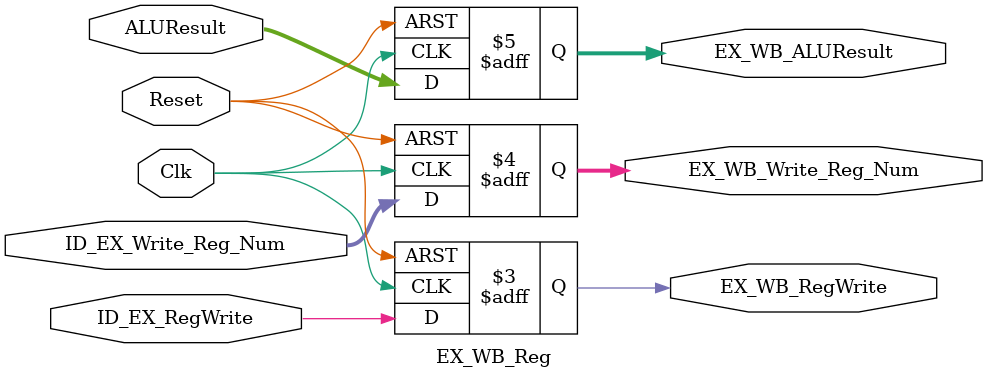
<source format=v>
`timescale 1ns / 1ps
module EX_WB_Reg(
	input Clk,
	input Reset,
	
	input ID_EX_RegWrite,
	input [2:0] ID_EX_Write_Reg_Num,
	input [7:0] ALUResult,
	
	output reg EX_WB_RegWrite,
	output reg [2:0] EX_WB_Write_Reg_Num,
	output reg [7:0] EX_WB_ALUResult
	
    );
	
	always@(posedge Clk, negedge Reset)
	begin
	if(Reset==0)
	begin
		EX_WB_RegWrite <= 0;
		EX_WB_Write_Reg_Num <= 0;
		EX_WB_ALUResult <= 0;
	end
	
	else
	begin
		EX_WB_RegWrite <= ID_EX_RegWrite;
		EX_WB_Write_Reg_Num <= ID_EX_Write_Reg_Num;
		EX_WB_ALUResult <= ALUResult;
	end
	
	end
endmodule

</source>
